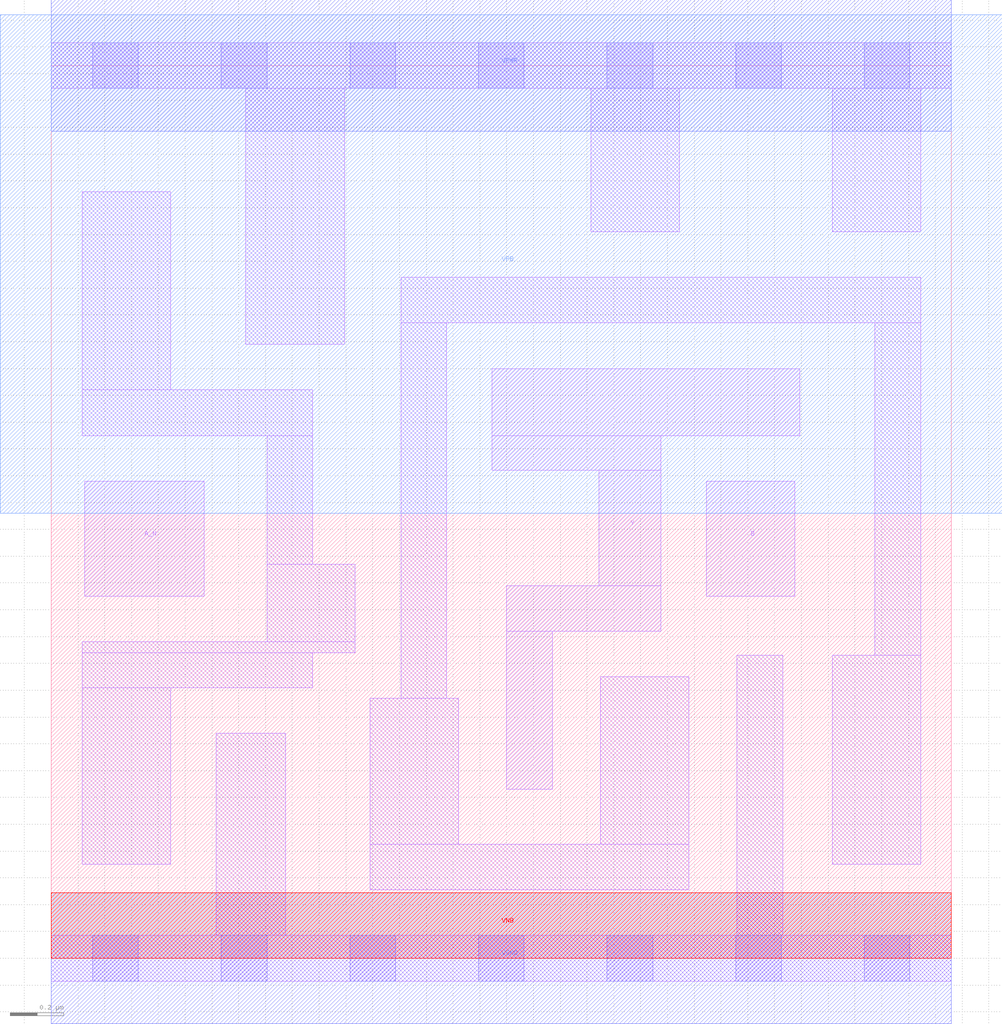
<source format=lef>
# Copyright 2020 The SkyWater PDK Authors
#
# Licensed under the Apache License, Version 2.0 (the "License");
# you may not use this file except in compliance with the License.
# You may obtain a copy of the License at
#
#     https://www.apache.org/licenses/LICENSE-2.0
#
# Unless required by applicable law or agreed to in writing, software
# distributed under the License is distributed on an "AS IS" BASIS,
# WITHOUT WARRANTIES OR CONDITIONS OF ANY KIND, either express or implied.
# See the License for the specific language governing permissions and
# limitations under the License.
#
# SPDX-License-Identifier: Apache-2.0

VERSION 5.7 ;
  NOWIREEXTENSIONATPIN ON ;
  DIVIDERCHAR "/" ;
  BUSBITCHARS "[]" ;
MACRO sky130_fd_sc_ls__nand2b_2
  CLASS CORE ;
  FOREIGN sky130_fd_sc_ls__nand2b_2 ;
  ORIGIN  0.000000  0.000000 ;
  SIZE  3.360000 BY  3.330000 ;
  SYMMETRY X Y ;
  SITE unit ;
  PIN A_N
    ANTENNAGATEAREA  0.246000 ;
    DIRECTION INPUT ;
    USE SIGNAL ;
    PORT
      LAYER li1 ;
        RECT 0.125000 1.350000 0.570000 1.780000 ;
    END
  END A_N
  PIN B
    ANTENNAGATEAREA  0.558000 ;
    DIRECTION INPUT ;
    USE SIGNAL ;
    PORT
      LAYER li1 ;
        RECT 2.445000 1.350000 2.775000 1.780000 ;
    END
  END B
  PIN VNB
    PORT
      LAYER pwell ;
        RECT 0.000000 0.000000 3.360000 0.245000 ;
    END
  END VNB
  PIN VPB
    PORT
      LAYER nwell ;
        RECT -0.190000 1.660000 3.550000 3.520000 ;
    END
  END VPB
  PIN Y
    ANTENNADIFFAREA  0.879200 ;
    DIRECTION OUTPUT ;
    USE SIGNAL ;
    PORT
      LAYER li1 ;
        RECT 1.645000 1.820000 2.275000 1.950000 ;
        RECT 1.645000 1.950000 2.795000 2.200000 ;
        RECT 1.700000 0.630000 1.870000 1.220000 ;
        RECT 1.700000 1.220000 2.275000 1.390000 ;
        RECT 2.045000 1.390000 2.275000 1.820000 ;
    END
  END Y
  PIN VGND
    DIRECTION INOUT ;
    SHAPE ABUTMENT ;
    USE GROUND ;
    PORT
      LAYER met1 ;
        RECT 0.000000 -0.245000 3.360000 0.245000 ;
    END
  END VGND
  PIN VPWR
    DIRECTION INOUT ;
    SHAPE ABUTMENT ;
    USE POWER ;
    PORT
      LAYER met1 ;
        RECT 0.000000 3.085000 3.360000 3.575000 ;
    END
  END VPWR
  OBS
    LAYER li1 ;
      RECT 0.000000 -0.085000 3.360000 0.085000 ;
      RECT 0.000000  3.245000 3.360000 3.415000 ;
      RECT 0.115000  0.350000 0.445000 1.010000 ;
      RECT 0.115000  1.010000 0.975000 1.140000 ;
      RECT 0.115000  1.140000 1.135000 1.180000 ;
      RECT 0.115000  1.950000 0.975000 2.120000 ;
      RECT 0.115000  2.120000 0.445000 2.860000 ;
      RECT 0.615000  0.085000 0.875000 0.840000 ;
      RECT 0.725000  2.290000 1.095000 3.245000 ;
      RECT 0.805000  1.180000 1.135000 1.470000 ;
      RECT 0.805000  1.470000 0.975000 1.950000 ;
      RECT 1.190000  0.255000 2.380000 0.425000 ;
      RECT 1.190000  0.425000 1.520000 0.970000 ;
      RECT 1.305000  0.970000 1.475000 2.370000 ;
      RECT 1.305000  2.370000 3.245000 2.540000 ;
      RECT 2.015000  2.710000 2.345000 3.245000 ;
      RECT 2.050000  0.425000 2.380000 1.050000 ;
      RECT 2.560000  0.085000 2.730000 1.130000 ;
      RECT 2.915000  0.350000 3.245000 1.130000 ;
      RECT 2.915000  2.710000 3.245000 3.245000 ;
      RECT 3.075000  1.130000 3.245000 2.370000 ;
    LAYER mcon ;
      RECT 0.155000 -0.085000 0.325000 0.085000 ;
      RECT 0.155000  3.245000 0.325000 3.415000 ;
      RECT 0.635000 -0.085000 0.805000 0.085000 ;
      RECT 0.635000  3.245000 0.805000 3.415000 ;
      RECT 1.115000 -0.085000 1.285000 0.085000 ;
      RECT 1.115000  3.245000 1.285000 3.415000 ;
      RECT 1.595000 -0.085000 1.765000 0.085000 ;
      RECT 1.595000  3.245000 1.765000 3.415000 ;
      RECT 2.075000 -0.085000 2.245000 0.085000 ;
      RECT 2.075000  3.245000 2.245000 3.415000 ;
      RECT 2.555000 -0.085000 2.725000 0.085000 ;
      RECT 2.555000  3.245000 2.725000 3.415000 ;
      RECT 3.035000 -0.085000 3.205000 0.085000 ;
      RECT 3.035000  3.245000 3.205000 3.415000 ;
  END
END sky130_fd_sc_ls__nand2b_2
END LIBRARY

</source>
